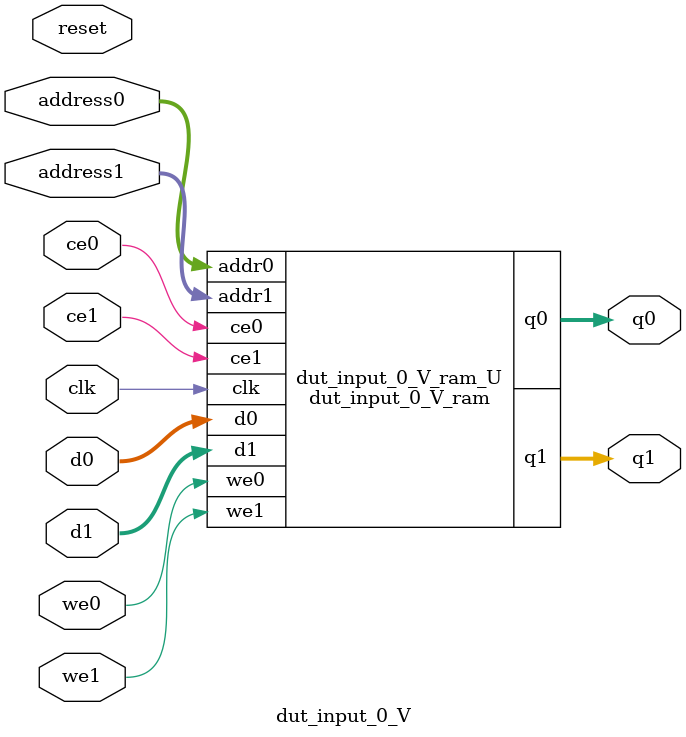
<source format=v>
`timescale 1 ns / 1 ps
module dut_input_0_V_ram (addr0, ce0, d0, we0, q0, addr1, ce1, d1, we1, q1,  clk);

parameter DWIDTH = 40;
parameter AWIDTH = 4;
parameter MEM_SIZE = 16;

input[AWIDTH-1:0] addr0;
input ce0;
input[DWIDTH-1:0] d0;
input we0;
output reg[DWIDTH-1:0] q0;
input[AWIDTH-1:0] addr1;
input ce1;
input[DWIDTH-1:0] d1;
input we1;
output reg[DWIDTH-1:0] q1;
input clk;

(* ram_style = "block" *)reg [DWIDTH-1:0] ram[0:MEM_SIZE-1];




always @(posedge clk)  
begin 
    if (ce0) begin
        if (we0) 
            ram[addr0] <= d0; 
        q0 <= ram[addr0];
    end
end


always @(posedge clk)  
begin 
    if (ce1) begin
        if (we1) 
            ram[addr1] <= d1; 
        q1 <= ram[addr1];
    end
end


endmodule

`timescale 1 ns / 1 ps
module dut_input_0_V(
    reset,
    clk,
    address0,
    ce0,
    we0,
    d0,
    q0,
    address1,
    ce1,
    we1,
    d1,
    q1);

parameter DataWidth = 32'd40;
parameter AddressRange = 32'd16;
parameter AddressWidth = 32'd4;
input reset;
input clk;
input[AddressWidth - 1:0] address0;
input ce0;
input we0;
input[DataWidth - 1:0] d0;
output[DataWidth - 1:0] q0;
input[AddressWidth - 1:0] address1;
input ce1;
input we1;
input[DataWidth - 1:0] d1;
output[DataWidth - 1:0] q1;



dut_input_0_V_ram dut_input_0_V_ram_U(
    .clk( clk ),
    .addr0( address0 ),
    .ce0( ce0 ),
    .we0( we0 ),
    .d0( d0 ),
    .q0( q0 ),
    .addr1( address1 ),
    .ce1( ce1 ),
    .we1( we1 ),
    .d1( d1 ),
    .q1( q1 ));

endmodule


</source>
